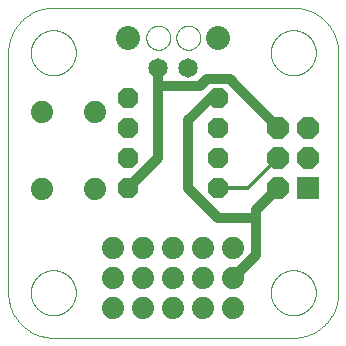
<source format=gtl>
G75*
%MOIN*%
%OFA0B0*%
%FSLAX25Y25*%
%IPPOS*%
%LPD*%
%AMOC8*
5,1,8,0,0,1.08239X$1,22.5*
%
%ADD10C,0.00000*%
%ADD11OC8,0.06800*%
%ADD12R,0.07400X0.07400*%
%ADD13OC8,0.07400*%
%ADD14C,0.08000*%
%ADD15C,0.07400*%
%ADD16C,0.06500*%
%ADD17C,0.03200*%
%ADD18C,0.01200*%
D10*
X0001000Y0016000D02*
X0001000Y0096000D01*
X0008500Y0096000D02*
X0008502Y0096184D01*
X0008509Y0096368D01*
X0008520Y0096552D01*
X0008536Y0096735D01*
X0008556Y0096918D01*
X0008581Y0097100D01*
X0008610Y0097282D01*
X0008644Y0097463D01*
X0008682Y0097643D01*
X0008725Y0097822D01*
X0008772Y0098000D01*
X0008823Y0098177D01*
X0008879Y0098353D01*
X0008938Y0098527D01*
X0009003Y0098699D01*
X0009071Y0098870D01*
X0009143Y0099039D01*
X0009220Y0099207D01*
X0009301Y0099372D01*
X0009386Y0099535D01*
X0009474Y0099697D01*
X0009567Y0099856D01*
X0009664Y0100012D01*
X0009764Y0100167D01*
X0009868Y0100319D01*
X0009976Y0100468D01*
X0010087Y0100614D01*
X0010202Y0100758D01*
X0010321Y0100899D01*
X0010443Y0101037D01*
X0010568Y0101172D01*
X0010697Y0101303D01*
X0010828Y0101432D01*
X0010963Y0101557D01*
X0011101Y0101679D01*
X0011242Y0101798D01*
X0011386Y0101913D01*
X0011532Y0102024D01*
X0011681Y0102132D01*
X0011833Y0102236D01*
X0011988Y0102336D01*
X0012144Y0102433D01*
X0012303Y0102526D01*
X0012465Y0102614D01*
X0012628Y0102699D01*
X0012793Y0102780D01*
X0012961Y0102857D01*
X0013130Y0102929D01*
X0013301Y0102997D01*
X0013473Y0103062D01*
X0013647Y0103121D01*
X0013823Y0103177D01*
X0014000Y0103228D01*
X0014178Y0103275D01*
X0014357Y0103318D01*
X0014537Y0103356D01*
X0014718Y0103390D01*
X0014900Y0103419D01*
X0015082Y0103444D01*
X0015265Y0103464D01*
X0015448Y0103480D01*
X0015632Y0103491D01*
X0015816Y0103498D01*
X0016000Y0103500D01*
X0016184Y0103498D01*
X0016368Y0103491D01*
X0016552Y0103480D01*
X0016735Y0103464D01*
X0016918Y0103444D01*
X0017100Y0103419D01*
X0017282Y0103390D01*
X0017463Y0103356D01*
X0017643Y0103318D01*
X0017822Y0103275D01*
X0018000Y0103228D01*
X0018177Y0103177D01*
X0018353Y0103121D01*
X0018527Y0103062D01*
X0018699Y0102997D01*
X0018870Y0102929D01*
X0019039Y0102857D01*
X0019207Y0102780D01*
X0019372Y0102699D01*
X0019535Y0102614D01*
X0019697Y0102526D01*
X0019856Y0102433D01*
X0020012Y0102336D01*
X0020167Y0102236D01*
X0020319Y0102132D01*
X0020468Y0102024D01*
X0020614Y0101913D01*
X0020758Y0101798D01*
X0020899Y0101679D01*
X0021037Y0101557D01*
X0021172Y0101432D01*
X0021303Y0101303D01*
X0021432Y0101172D01*
X0021557Y0101037D01*
X0021679Y0100899D01*
X0021798Y0100758D01*
X0021913Y0100614D01*
X0022024Y0100468D01*
X0022132Y0100319D01*
X0022236Y0100167D01*
X0022336Y0100012D01*
X0022433Y0099856D01*
X0022526Y0099697D01*
X0022614Y0099535D01*
X0022699Y0099372D01*
X0022780Y0099207D01*
X0022857Y0099039D01*
X0022929Y0098870D01*
X0022997Y0098699D01*
X0023062Y0098527D01*
X0023121Y0098353D01*
X0023177Y0098177D01*
X0023228Y0098000D01*
X0023275Y0097822D01*
X0023318Y0097643D01*
X0023356Y0097463D01*
X0023390Y0097282D01*
X0023419Y0097100D01*
X0023444Y0096918D01*
X0023464Y0096735D01*
X0023480Y0096552D01*
X0023491Y0096368D01*
X0023498Y0096184D01*
X0023500Y0096000D01*
X0023498Y0095816D01*
X0023491Y0095632D01*
X0023480Y0095448D01*
X0023464Y0095265D01*
X0023444Y0095082D01*
X0023419Y0094900D01*
X0023390Y0094718D01*
X0023356Y0094537D01*
X0023318Y0094357D01*
X0023275Y0094178D01*
X0023228Y0094000D01*
X0023177Y0093823D01*
X0023121Y0093647D01*
X0023062Y0093473D01*
X0022997Y0093301D01*
X0022929Y0093130D01*
X0022857Y0092961D01*
X0022780Y0092793D01*
X0022699Y0092628D01*
X0022614Y0092465D01*
X0022526Y0092303D01*
X0022433Y0092144D01*
X0022336Y0091988D01*
X0022236Y0091833D01*
X0022132Y0091681D01*
X0022024Y0091532D01*
X0021913Y0091386D01*
X0021798Y0091242D01*
X0021679Y0091101D01*
X0021557Y0090963D01*
X0021432Y0090828D01*
X0021303Y0090697D01*
X0021172Y0090568D01*
X0021037Y0090443D01*
X0020899Y0090321D01*
X0020758Y0090202D01*
X0020614Y0090087D01*
X0020468Y0089976D01*
X0020319Y0089868D01*
X0020167Y0089764D01*
X0020012Y0089664D01*
X0019856Y0089567D01*
X0019697Y0089474D01*
X0019535Y0089386D01*
X0019372Y0089301D01*
X0019207Y0089220D01*
X0019039Y0089143D01*
X0018870Y0089071D01*
X0018699Y0089003D01*
X0018527Y0088938D01*
X0018353Y0088879D01*
X0018177Y0088823D01*
X0018000Y0088772D01*
X0017822Y0088725D01*
X0017643Y0088682D01*
X0017463Y0088644D01*
X0017282Y0088610D01*
X0017100Y0088581D01*
X0016918Y0088556D01*
X0016735Y0088536D01*
X0016552Y0088520D01*
X0016368Y0088509D01*
X0016184Y0088502D01*
X0016000Y0088500D01*
X0015816Y0088502D01*
X0015632Y0088509D01*
X0015448Y0088520D01*
X0015265Y0088536D01*
X0015082Y0088556D01*
X0014900Y0088581D01*
X0014718Y0088610D01*
X0014537Y0088644D01*
X0014357Y0088682D01*
X0014178Y0088725D01*
X0014000Y0088772D01*
X0013823Y0088823D01*
X0013647Y0088879D01*
X0013473Y0088938D01*
X0013301Y0089003D01*
X0013130Y0089071D01*
X0012961Y0089143D01*
X0012793Y0089220D01*
X0012628Y0089301D01*
X0012465Y0089386D01*
X0012303Y0089474D01*
X0012144Y0089567D01*
X0011988Y0089664D01*
X0011833Y0089764D01*
X0011681Y0089868D01*
X0011532Y0089976D01*
X0011386Y0090087D01*
X0011242Y0090202D01*
X0011101Y0090321D01*
X0010963Y0090443D01*
X0010828Y0090568D01*
X0010697Y0090697D01*
X0010568Y0090828D01*
X0010443Y0090963D01*
X0010321Y0091101D01*
X0010202Y0091242D01*
X0010087Y0091386D01*
X0009976Y0091532D01*
X0009868Y0091681D01*
X0009764Y0091833D01*
X0009664Y0091988D01*
X0009567Y0092144D01*
X0009474Y0092303D01*
X0009386Y0092465D01*
X0009301Y0092628D01*
X0009220Y0092793D01*
X0009143Y0092961D01*
X0009071Y0093130D01*
X0009003Y0093301D01*
X0008938Y0093473D01*
X0008879Y0093647D01*
X0008823Y0093823D01*
X0008772Y0094000D01*
X0008725Y0094178D01*
X0008682Y0094357D01*
X0008644Y0094537D01*
X0008610Y0094718D01*
X0008581Y0094900D01*
X0008556Y0095082D01*
X0008536Y0095265D01*
X0008520Y0095448D01*
X0008509Y0095632D01*
X0008502Y0095816D01*
X0008500Y0096000D01*
X0001000Y0096000D02*
X0001004Y0096362D01*
X0001018Y0096725D01*
X0001039Y0097087D01*
X0001070Y0097448D01*
X0001109Y0097808D01*
X0001157Y0098167D01*
X0001214Y0098525D01*
X0001279Y0098882D01*
X0001353Y0099237D01*
X0001436Y0099590D01*
X0001527Y0099941D01*
X0001626Y0100289D01*
X0001734Y0100635D01*
X0001850Y0100979D01*
X0001975Y0101319D01*
X0002107Y0101656D01*
X0002248Y0101990D01*
X0002397Y0102321D01*
X0002554Y0102648D01*
X0002718Y0102971D01*
X0002890Y0103290D01*
X0003070Y0103604D01*
X0003258Y0103915D01*
X0003453Y0104220D01*
X0003655Y0104521D01*
X0003865Y0104817D01*
X0004081Y0105107D01*
X0004305Y0105393D01*
X0004535Y0105673D01*
X0004772Y0105947D01*
X0005016Y0106215D01*
X0005266Y0106478D01*
X0005522Y0106734D01*
X0005785Y0106984D01*
X0006053Y0107228D01*
X0006327Y0107465D01*
X0006607Y0107695D01*
X0006893Y0107919D01*
X0007183Y0108135D01*
X0007479Y0108345D01*
X0007780Y0108547D01*
X0008085Y0108742D01*
X0008396Y0108930D01*
X0008710Y0109110D01*
X0009029Y0109282D01*
X0009352Y0109446D01*
X0009679Y0109603D01*
X0010010Y0109752D01*
X0010344Y0109893D01*
X0010681Y0110025D01*
X0011021Y0110150D01*
X0011365Y0110266D01*
X0011711Y0110374D01*
X0012059Y0110473D01*
X0012410Y0110564D01*
X0012763Y0110647D01*
X0013118Y0110721D01*
X0013475Y0110786D01*
X0013833Y0110843D01*
X0014192Y0110891D01*
X0014552Y0110930D01*
X0014913Y0110961D01*
X0015275Y0110982D01*
X0015638Y0110996D01*
X0016000Y0111000D01*
X0096000Y0111000D01*
X0088500Y0096000D02*
X0088502Y0096184D01*
X0088509Y0096368D01*
X0088520Y0096552D01*
X0088536Y0096735D01*
X0088556Y0096918D01*
X0088581Y0097100D01*
X0088610Y0097282D01*
X0088644Y0097463D01*
X0088682Y0097643D01*
X0088725Y0097822D01*
X0088772Y0098000D01*
X0088823Y0098177D01*
X0088879Y0098353D01*
X0088938Y0098527D01*
X0089003Y0098699D01*
X0089071Y0098870D01*
X0089143Y0099039D01*
X0089220Y0099207D01*
X0089301Y0099372D01*
X0089386Y0099535D01*
X0089474Y0099697D01*
X0089567Y0099856D01*
X0089664Y0100012D01*
X0089764Y0100167D01*
X0089868Y0100319D01*
X0089976Y0100468D01*
X0090087Y0100614D01*
X0090202Y0100758D01*
X0090321Y0100899D01*
X0090443Y0101037D01*
X0090568Y0101172D01*
X0090697Y0101303D01*
X0090828Y0101432D01*
X0090963Y0101557D01*
X0091101Y0101679D01*
X0091242Y0101798D01*
X0091386Y0101913D01*
X0091532Y0102024D01*
X0091681Y0102132D01*
X0091833Y0102236D01*
X0091988Y0102336D01*
X0092144Y0102433D01*
X0092303Y0102526D01*
X0092465Y0102614D01*
X0092628Y0102699D01*
X0092793Y0102780D01*
X0092961Y0102857D01*
X0093130Y0102929D01*
X0093301Y0102997D01*
X0093473Y0103062D01*
X0093647Y0103121D01*
X0093823Y0103177D01*
X0094000Y0103228D01*
X0094178Y0103275D01*
X0094357Y0103318D01*
X0094537Y0103356D01*
X0094718Y0103390D01*
X0094900Y0103419D01*
X0095082Y0103444D01*
X0095265Y0103464D01*
X0095448Y0103480D01*
X0095632Y0103491D01*
X0095816Y0103498D01*
X0096000Y0103500D01*
X0096184Y0103498D01*
X0096368Y0103491D01*
X0096552Y0103480D01*
X0096735Y0103464D01*
X0096918Y0103444D01*
X0097100Y0103419D01*
X0097282Y0103390D01*
X0097463Y0103356D01*
X0097643Y0103318D01*
X0097822Y0103275D01*
X0098000Y0103228D01*
X0098177Y0103177D01*
X0098353Y0103121D01*
X0098527Y0103062D01*
X0098699Y0102997D01*
X0098870Y0102929D01*
X0099039Y0102857D01*
X0099207Y0102780D01*
X0099372Y0102699D01*
X0099535Y0102614D01*
X0099697Y0102526D01*
X0099856Y0102433D01*
X0100012Y0102336D01*
X0100167Y0102236D01*
X0100319Y0102132D01*
X0100468Y0102024D01*
X0100614Y0101913D01*
X0100758Y0101798D01*
X0100899Y0101679D01*
X0101037Y0101557D01*
X0101172Y0101432D01*
X0101303Y0101303D01*
X0101432Y0101172D01*
X0101557Y0101037D01*
X0101679Y0100899D01*
X0101798Y0100758D01*
X0101913Y0100614D01*
X0102024Y0100468D01*
X0102132Y0100319D01*
X0102236Y0100167D01*
X0102336Y0100012D01*
X0102433Y0099856D01*
X0102526Y0099697D01*
X0102614Y0099535D01*
X0102699Y0099372D01*
X0102780Y0099207D01*
X0102857Y0099039D01*
X0102929Y0098870D01*
X0102997Y0098699D01*
X0103062Y0098527D01*
X0103121Y0098353D01*
X0103177Y0098177D01*
X0103228Y0098000D01*
X0103275Y0097822D01*
X0103318Y0097643D01*
X0103356Y0097463D01*
X0103390Y0097282D01*
X0103419Y0097100D01*
X0103444Y0096918D01*
X0103464Y0096735D01*
X0103480Y0096552D01*
X0103491Y0096368D01*
X0103498Y0096184D01*
X0103500Y0096000D01*
X0103498Y0095816D01*
X0103491Y0095632D01*
X0103480Y0095448D01*
X0103464Y0095265D01*
X0103444Y0095082D01*
X0103419Y0094900D01*
X0103390Y0094718D01*
X0103356Y0094537D01*
X0103318Y0094357D01*
X0103275Y0094178D01*
X0103228Y0094000D01*
X0103177Y0093823D01*
X0103121Y0093647D01*
X0103062Y0093473D01*
X0102997Y0093301D01*
X0102929Y0093130D01*
X0102857Y0092961D01*
X0102780Y0092793D01*
X0102699Y0092628D01*
X0102614Y0092465D01*
X0102526Y0092303D01*
X0102433Y0092144D01*
X0102336Y0091988D01*
X0102236Y0091833D01*
X0102132Y0091681D01*
X0102024Y0091532D01*
X0101913Y0091386D01*
X0101798Y0091242D01*
X0101679Y0091101D01*
X0101557Y0090963D01*
X0101432Y0090828D01*
X0101303Y0090697D01*
X0101172Y0090568D01*
X0101037Y0090443D01*
X0100899Y0090321D01*
X0100758Y0090202D01*
X0100614Y0090087D01*
X0100468Y0089976D01*
X0100319Y0089868D01*
X0100167Y0089764D01*
X0100012Y0089664D01*
X0099856Y0089567D01*
X0099697Y0089474D01*
X0099535Y0089386D01*
X0099372Y0089301D01*
X0099207Y0089220D01*
X0099039Y0089143D01*
X0098870Y0089071D01*
X0098699Y0089003D01*
X0098527Y0088938D01*
X0098353Y0088879D01*
X0098177Y0088823D01*
X0098000Y0088772D01*
X0097822Y0088725D01*
X0097643Y0088682D01*
X0097463Y0088644D01*
X0097282Y0088610D01*
X0097100Y0088581D01*
X0096918Y0088556D01*
X0096735Y0088536D01*
X0096552Y0088520D01*
X0096368Y0088509D01*
X0096184Y0088502D01*
X0096000Y0088500D01*
X0095816Y0088502D01*
X0095632Y0088509D01*
X0095448Y0088520D01*
X0095265Y0088536D01*
X0095082Y0088556D01*
X0094900Y0088581D01*
X0094718Y0088610D01*
X0094537Y0088644D01*
X0094357Y0088682D01*
X0094178Y0088725D01*
X0094000Y0088772D01*
X0093823Y0088823D01*
X0093647Y0088879D01*
X0093473Y0088938D01*
X0093301Y0089003D01*
X0093130Y0089071D01*
X0092961Y0089143D01*
X0092793Y0089220D01*
X0092628Y0089301D01*
X0092465Y0089386D01*
X0092303Y0089474D01*
X0092144Y0089567D01*
X0091988Y0089664D01*
X0091833Y0089764D01*
X0091681Y0089868D01*
X0091532Y0089976D01*
X0091386Y0090087D01*
X0091242Y0090202D01*
X0091101Y0090321D01*
X0090963Y0090443D01*
X0090828Y0090568D01*
X0090697Y0090697D01*
X0090568Y0090828D01*
X0090443Y0090963D01*
X0090321Y0091101D01*
X0090202Y0091242D01*
X0090087Y0091386D01*
X0089976Y0091532D01*
X0089868Y0091681D01*
X0089764Y0091833D01*
X0089664Y0091988D01*
X0089567Y0092144D01*
X0089474Y0092303D01*
X0089386Y0092465D01*
X0089301Y0092628D01*
X0089220Y0092793D01*
X0089143Y0092961D01*
X0089071Y0093130D01*
X0089003Y0093301D01*
X0088938Y0093473D01*
X0088879Y0093647D01*
X0088823Y0093823D01*
X0088772Y0094000D01*
X0088725Y0094178D01*
X0088682Y0094357D01*
X0088644Y0094537D01*
X0088610Y0094718D01*
X0088581Y0094900D01*
X0088556Y0095082D01*
X0088536Y0095265D01*
X0088520Y0095448D01*
X0088509Y0095632D01*
X0088502Y0095816D01*
X0088500Y0096000D01*
X0096000Y0111000D02*
X0096362Y0110996D01*
X0096725Y0110982D01*
X0097087Y0110961D01*
X0097448Y0110930D01*
X0097808Y0110891D01*
X0098167Y0110843D01*
X0098525Y0110786D01*
X0098882Y0110721D01*
X0099237Y0110647D01*
X0099590Y0110564D01*
X0099941Y0110473D01*
X0100289Y0110374D01*
X0100635Y0110266D01*
X0100979Y0110150D01*
X0101319Y0110025D01*
X0101656Y0109893D01*
X0101990Y0109752D01*
X0102321Y0109603D01*
X0102648Y0109446D01*
X0102971Y0109282D01*
X0103290Y0109110D01*
X0103604Y0108930D01*
X0103915Y0108742D01*
X0104220Y0108547D01*
X0104521Y0108345D01*
X0104817Y0108135D01*
X0105107Y0107919D01*
X0105393Y0107695D01*
X0105673Y0107465D01*
X0105947Y0107228D01*
X0106215Y0106984D01*
X0106478Y0106734D01*
X0106734Y0106478D01*
X0106984Y0106215D01*
X0107228Y0105947D01*
X0107465Y0105673D01*
X0107695Y0105393D01*
X0107919Y0105107D01*
X0108135Y0104817D01*
X0108345Y0104521D01*
X0108547Y0104220D01*
X0108742Y0103915D01*
X0108930Y0103604D01*
X0109110Y0103290D01*
X0109282Y0102971D01*
X0109446Y0102648D01*
X0109603Y0102321D01*
X0109752Y0101990D01*
X0109893Y0101656D01*
X0110025Y0101319D01*
X0110150Y0100979D01*
X0110266Y0100635D01*
X0110374Y0100289D01*
X0110473Y0099941D01*
X0110564Y0099590D01*
X0110647Y0099237D01*
X0110721Y0098882D01*
X0110786Y0098525D01*
X0110843Y0098167D01*
X0110891Y0097808D01*
X0110930Y0097448D01*
X0110961Y0097087D01*
X0110982Y0096725D01*
X0110996Y0096362D01*
X0111000Y0096000D01*
X0111000Y0016000D01*
X0088500Y0016000D02*
X0088502Y0016184D01*
X0088509Y0016368D01*
X0088520Y0016552D01*
X0088536Y0016735D01*
X0088556Y0016918D01*
X0088581Y0017100D01*
X0088610Y0017282D01*
X0088644Y0017463D01*
X0088682Y0017643D01*
X0088725Y0017822D01*
X0088772Y0018000D01*
X0088823Y0018177D01*
X0088879Y0018353D01*
X0088938Y0018527D01*
X0089003Y0018699D01*
X0089071Y0018870D01*
X0089143Y0019039D01*
X0089220Y0019207D01*
X0089301Y0019372D01*
X0089386Y0019535D01*
X0089474Y0019697D01*
X0089567Y0019856D01*
X0089664Y0020012D01*
X0089764Y0020167D01*
X0089868Y0020319D01*
X0089976Y0020468D01*
X0090087Y0020614D01*
X0090202Y0020758D01*
X0090321Y0020899D01*
X0090443Y0021037D01*
X0090568Y0021172D01*
X0090697Y0021303D01*
X0090828Y0021432D01*
X0090963Y0021557D01*
X0091101Y0021679D01*
X0091242Y0021798D01*
X0091386Y0021913D01*
X0091532Y0022024D01*
X0091681Y0022132D01*
X0091833Y0022236D01*
X0091988Y0022336D01*
X0092144Y0022433D01*
X0092303Y0022526D01*
X0092465Y0022614D01*
X0092628Y0022699D01*
X0092793Y0022780D01*
X0092961Y0022857D01*
X0093130Y0022929D01*
X0093301Y0022997D01*
X0093473Y0023062D01*
X0093647Y0023121D01*
X0093823Y0023177D01*
X0094000Y0023228D01*
X0094178Y0023275D01*
X0094357Y0023318D01*
X0094537Y0023356D01*
X0094718Y0023390D01*
X0094900Y0023419D01*
X0095082Y0023444D01*
X0095265Y0023464D01*
X0095448Y0023480D01*
X0095632Y0023491D01*
X0095816Y0023498D01*
X0096000Y0023500D01*
X0096184Y0023498D01*
X0096368Y0023491D01*
X0096552Y0023480D01*
X0096735Y0023464D01*
X0096918Y0023444D01*
X0097100Y0023419D01*
X0097282Y0023390D01*
X0097463Y0023356D01*
X0097643Y0023318D01*
X0097822Y0023275D01*
X0098000Y0023228D01*
X0098177Y0023177D01*
X0098353Y0023121D01*
X0098527Y0023062D01*
X0098699Y0022997D01*
X0098870Y0022929D01*
X0099039Y0022857D01*
X0099207Y0022780D01*
X0099372Y0022699D01*
X0099535Y0022614D01*
X0099697Y0022526D01*
X0099856Y0022433D01*
X0100012Y0022336D01*
X0100167Y0022236D01*
X0100319Y0022132D01*
X0100468Y0022024D01*
X0100614Y0021913D01*
X0100758Y0021798D01*
X0100899Y0021679D01*
X0101037Y0021557D01*
X0101172Y0021432D01*
X0101303Y0021303D01*
X0101432Y0021172D01*
X0101557Y0021037D01*
X0101679Y0020899D01*
X0101798Y0020758D01*
X0101913Y0020614D01*
X0102024Y0020468D01*
X0102132Y0020319D01*
X0102236Y0020167D01*
X0102336Y0020012D01*
X0102433Y0019856D01*
X0102526Y0019697D01*
X0102614Y0019535D01*
X0102699Y0019372D01*
X0102780Y0019207D01*
X0102857Y0019039D01*
X0102929Y0018870D01*
X0102997Y0018699D01*
X0103062Y0018527D01*
X0103121Y0018353D01*
X0103177Y0018177D01*
X0103228Y0018000D01*
X0103275Y0017822D01*
X0103318Y0017643D01*
X0103356Y0017463D01*
X0103390Y0017282D01*
X0103419Y0017100D01*
X0103444Y0016918D01*
X0103464Y0016735D01*
X0103480Y0016552D01*
X0103491Y0016368D01*
X0103498Y0016184D01*
X0103500Y0016000D01*
X0103498Y0015816D01*
X0103491Y0015632D01*
X0103480Y0015448D01*
X0103464Y0015265D01*
X0103444Y0015082D01*
X0103419Y0014900D01*
X0103390Y0014718D01*
X0103356Y0014537D01*
X0103318Y0014357D01*
X0103275Y0014178D01*
X0103228Y0014000D01*
X0103177Y0013823D01*
X0103121Y0013647D01*
X0103062Y0013473D01*
X0102997Y0013301D01*
X0102929Y0013130D01*
X0102857Y0012961D01*
X0102780Y0012793D01*
X0102699Y0012628D01*
X0102614Y0012465D01*
X0102526Y0012303D01*
X0102433Y0012144D01*
X0102336Y0011988D01*
X0102236Y0011833D01*
X0102132Y0011681D01*
X0102024Y0011532D01*
X0101913Y0011386D01*
X0101798Y0011242D01*
X0101679Y0011101D01*
X0101557Y0010963D01*
X0101432Y0010828D01*
X0101303Y0010697D01*
X0101172Y0010568D01*
X0101037Y0010443D01*
X0100899Y0010321D01*
X0100758Y0010202D01*
X0100614Y0010087D01*
X0100468Y0009976D01*
X0100319Y0009868D01*
X0100167Y0009764D01*
X0100012Y0009664D01*
X0099856Y0009567D01*
X0099697Y0009474D01*
X0099535Y0009386D01*
X0099372Y0009301D01*
X0099207Y0009220D01*
X0099039Y0009143D01*
X0098870Y0009071D01*
X0098699Y0009003D01*
X0098527Y0008938D01*
X0098353Y0008879D01*
X0098177Y0008823D01*
X0098000Y0008772D01*
X0097822Y0008725D01*
X0097643Y0008682D01*
X0097463Y0008644D01*
X0097282Y0008610D01*
X0097100Y0008581D01*
X0096918Y0008556D01*
X0096735Y0008536D01*
X0096552Y0008520D01*
X0096368Y0008509D01*
X0096184Y0008502D01*
X0096000Y0008500D01*
X0095816Y0008502D01*
X0095632Y0008509D01*
X0095448Y0008520D01*
X0095265Y0008536D01*
X0095082Y0008556D01*
X0094900Y0008581D01*
X0094718Y0008610D01*
X0094537Y0008644D01*
X0094357Y0008682D01*
X0094178Y0008725D01*
X0094000Y0008772D01*
X0093823Y0008823D01*
X0093647Y0008879D01*
X0093473Y0008938D01*
X0093301Y0009003D01*
X0093130Y0009071D01*
X0092961Y0009143D01*
X0092793Y0009220D01*
X0092628Y0009301D01*
X0092465Y0009386D01*
X0092303Y0009474D01*
X0092144Y0009567D01*
X0091988Y0009664D01*
X0091833Y0009764D01*
X0091681Y0009868D01*
X0091532Y0009976D01*
X0091386Y0010087D01*
X0091242Y0010202D01*
X0091101Y0010321D01*
X0090963Y0010443D01*
X0090828Y0010568D01*
X0090697Y0010697D01*
X0090568Y0010828D01*
X0090443Y0010963D01*
X0090321Y0011101D01*
X0090202Y0011242D01*
X0090087Y0011386D01*
X0089976Y0011532D01*
X0089868Y0011681D01*
X0089764Y0011833D01*
X0089664Y0011988D01*
X0089567Y0012144D01*
X0089474Y0012303D01*
X0089386Y0012465D01*
X0089301Y0012628D01*
X0089220Y0012793D01*
X0089143Y0012961D01*
X0089071Y0013130D01*
X0089003Y0013301D01*
X0088938Y0013473D01*
X0088879Y0013647D01*
X0088823Y0013823D01*
X0088772Y0014000D01*
X0088725Y0014178D01*
X0088682Y0014357D01*
X0088644Y0014537D01*
X0088610Y0014718D01*
X0088581Y0014900D01*
X0088556Y0015082D01*
X0088536Y0015265D01*
X0088520Y0015448D01*
X0088509Y0015632D01*
X0088502Y0015816D01*
X0088500Y0016000D01*
X0096000Y0001000D02*
X0096362Y0001004D01*
X0096725Y0001018D01*
X0097087Y0001039D01*
X0097448Y0001070D01*
X0097808Y0001109D01*
X0098167Y0001157D01*
X0098525Y0001214D01*
X0098882Y0001279D01*
X0099237Y0001353D01*
X0099590Y0001436D01*
X0099941Y0001527D01*
X0100289Y0001626D01*
X0100635Y0001734D01*
X0100979Y0001850D01*
X0101319Y0001975D01*
X0101656Y0002107D01*
X0101990Y0002248D01*
X0102321Y0002397D01*
X0102648Y0002554D01*
X0102971Y0002718D01*
X0103290Y0002890D01*
X0103604Y0003070D01*
X0103915Y0003258D01*
X0104220Y0003453D01*
X0104521Y0003655D01*
X0104817Y0003865D01*
X0105107Y0004081D01*
X0105393Y0004305D01*
X0105673Y0004535D01*
X0105947Y0004772D01*
X0106215Y0005016D01*
X0106478Y0005266D01*
X0106734Y0005522D01*
X0106984Y0005785D01*
X0107228Y0006053D01*
X0107465Y0006327D01*
X0107695Y0006607D01*
X0107919Y0006893D01*
X0108135Y0007183D01*
X0108345Y0007479D01*
X0108547Y0007780D01*
X0108742Y0008085D01*
X0108930Y0008396D01*
X0109110Y0008710D01*
X0109282Y0009029D01*
X0109446Y0009352D01*
X0109603Y0009679D01*
X0109752Y0010010D01*
X0109893Y0010344D01*
X0110025Y0010681D01*
X0110150Y0011021D01*
X0110266Y0011365D01*
X0110374Y0011711D01*
X0110473Y0012059D01*
X0110564Y0012410D01*
X0110647Y0012763D01*
X0110721Y0013118D01*
X0110786Y0013475D01*
X0110843Y0013833D01*
X0110891Y0014192D01*
X0110930Y0014552D01*
X0110961Y0014913D01*
X0110982Y0015275D01*
X0110996Y0015638D01*
X0111000Y0016000D01*
X0096000Y0001000D02*
X0016000Y0001000D01*
X0008500Y0016000D02*
X0008502Y0016184D01*
X0008509Y0016368D01*
X0008520Y0016552D01*
X0008536Y0016735D01*
X0008556Y0016918D01*
X0008581Y0017100D01*
X0008610Y0017282D01*
X0008644Y0017463D01*
X0008682Y0017643D01*
X0008725Y0017822D01*
X0008772Y0018000D01*
X0008823Y0018177D01*
X0008879Y0018353D01*
X0008938Y0018527D01*
X0009003Y0018699D01*
X0009071Y0018870D01*
X0009143Y0019039D01*
X0009220Y0019207D01*
X0009301Y0019372D01*
X0009386Y0019535D01*
X0009474Y0019697D01*
X0009567Y0019856D01*
X0009664Y0020012D01*
X0009764Y0020167D01*
X0009868Y0020319D01*
X0009976Y0020468D01*
X0010087Y0020614D01*
X0010202Y0020758D01*
X0010321Y0020899D01*
X0010443Y0021037D01*
X0010568Y0021172D01*
X0010697Y0021303D01*
X0010828Y0021432D01*
X0010963Y0021557D01*
X0011101Y0021679D01*
X0011242Y0021798D01*
X0011386Y0021913D01*
X0011532Y0022024D01*
X0011681Y0022132D01*
X0011833Y0022236D01*
X0011988Y0022336D01*
X0012144Y0022433D01*
X0012303Y0022526D01*
X0012465Y0022614D01*
X0012628Y0022699D01*
X0012793Y0022780D01*
X0012961Y0022857D01*
X0013130Y0022929D01*
X0013301Y0022997D01*
X0013473Y0023062D01*
X0013647Y0023121D01*
X0013823Y0023177D01*
X0014000Y0023228D01*
X0014178Y0023275D01*
X0014357Y0023318D01*
X0014537Y0023356D01*
X0014718Y0023390D01*
X0014900Y0023419D01*
X0015082Y0023444D01*
X0015265Y0023464D01*
X0015448Y0023480D01*
X0015632Y0023491D01*
X0015816Y0023498D01*
X0016000Y0023500D01*
X0016184Y0023498D01*
X0016368Y0023491D01*
X0016552Y0023480D01*
X0016735Y0023464D01*
X0016918Y0023444D01*
X0017100Y0023419D01*
X0017282Y0023390D01*
X0017463Y0023356D01*
X0017643Y0023318D01*
X0017822Y0023275D01*
X0018000Y0023228D01*
X0018177Y0023177D01*
X0018353Y0023121D01*
X0018527Y0023062D01*
X0018699Y0022997D01*
X0018870Y0022929D01*
X0019039Y0022857D01*
X0019207Y0022780D01*
X0019372Y0022699D01*
X0019535Y0022614D01*
X0019697Y0022526D01*
X0019856Y0022433D01*
X0020012Y0022336D01*
X0020167Y0022236D01*
X0020319Y0022132D01*
X0020468Y0022024D01*
X0020614Y0021913D01*
X0020758Y0021798D01*
X0020899Y0021679D01*
X0021037Y0021557D01*
X0021172Y0021432D01*
X0021303Y0021303D01*
X0021432Y0021172D01*
X0021557Y0021037D01*
X0021679Y0020899D01*
X0021798Y0020758D01*
X0021913Y0020614D01*
X0022024Y0020468D01*
X0022132Y0020319D01*
X0022236Y0020167D01*
X0022336Y0020012D01*
X0022433Y0019856D01*
X0022526Y0019697D01*
X0022614Y0019535D01*
X0022699Y0019372D01*
X0022780Y0019207D01*
X0022857Y0019039D01*
X0022929Y0018870D01*
X0022997Y0018699D01*
X0023062Y0018527D01*
X0023121Y0018353D01*
X0023177Y0018177D01*
X0023228Y0018000D01*
X0023275Y0017822D01*
X0023318Y0017643D01*
X0023356Y0017463D01*
X0023390Y0017282D01*
X0023419Y0017100D01*
X0023444Y0016918D01*
X0023464Y0016735D01*
X0023480Y0016552D01*
X0023491Y0016368D01*
X0023498Y0016184D01*
X0023500Y0016000D01*
X0023498Y0015816D01*
X0023491Y0015632D01*
X0023480Y0015448D01*
X0023464Y0015265D01*
X0023444Y0015082D01*
X0023419Y0014900D01*
X0023390Y0014718D01*
X0023356Y0014537D01*
X0023318Y0014357D01*
X0023275Y0014178D01*
X0023228Y0014000D01*
X0023177Y0013823D01*
X0023121Y0013647D01*
X0023062Y0013473D01*
X0022997Y0013301D01*
X0022929Y0013130D01*
X0022857Y0012961D01*
X0022780Y0012793D01*
X0022699Y0012628D01*
X0022614Y0012465D01*
X0022526Y0012303D01*
X0022433Y0012144D01*
X0022336Y0011988D01*
X0022236Y0011833D01*
X0022132Y0011681D01*
X0022024Y0011532D01*
X0021913Y0011386D01*
X0021798Y0011242D01*
X0021679Y0011101D01*
X0021557Y0010963D01*
X0021432Y0010828D01*
X0021303Y0010697D01*
X0021172Y0010568D01*
X0021037Y0010443D01*
X0020899Y0010321D01*
X0020758Y0010202D01*
X0020614Y0010087D01*
X0020468Y0009976D01*
X0020319Y0009868D01*
X0020167Y0009764D01*
X0020012Y0009664D01*
X0019856Y0009567D01*
X0019697Y0009474D01*
X0019535Y0009386D01*
X0019372Y0009301D01*
X0019207Y0009220D01*
X0019039Y0009143D01*
X0018870Y0009071D01*
X0018699Y0009003D01*
X0018527Y0008938D01*
X0018353Y0008879D01*
X0018177Y0008823D01*
X0018000Y0008772D01*
X0017822Y0008725D01*
X0017643Y0008682D01*
X0017463Y0008644D01*
X0017282Y0008610D01*
X0017100Y0008581D01*
X0016918Y0008556D01*
X0016735Y0008536D01*
X0016552Y0008520D01*
X0016368Y0008509D01*
X0016184Y0008502D01*
X0016000Y0008500D01*
X0015816Y0008502D01*
X0015632Y0008509D01*
X0015448Y0008520D01*
X0015265Y0008536D01*
X0015082Y0008556D01*
X0014900Y0008581D01*
X0014718Y0008610D01*
X0014537Y0008644D01*
X0014357Y0008682D01*
X0014178Y0008725D01*
X0014000Y0008772D01*
X0013823Y0008823D01*
X0013647Y0008879D01*
X0013473Y0008938D01*
X0013301Y0009003D01*
X0013130Y0009071D01*
X0012961Y0009143D01*
X0012793Y0009220D01*
X0012628Y0009301D01*
X0012465Y0009386D01*
X0012303Y0009474D01*
X0012144Y0009567D01*
X0011988Y0009664D01*
X0011833Y0009764D01*
X0011681Y0009868D01*
X0011532Y0009976D01*
X0011386Y0010087D01*
X0011242Y0010202D01*
X0011101Y0010321D01*
X0010963Y0010443D01*
X0010828Y0010568D01*
X0010697Y0010697D01*
X0010568Y0010828D01*
X0010443Y0010963D01*
X0010321Y0011101D01*
X0010202Y0011242D01*
X0010087Y0011386D01*
X0009976Y0011532D01*
X0009868Y0011681D01*
X0009764Y0011833D01*
X0009664Y0011988D01*
X0009567Y0012144D01*
X0009474Y0012303D01*
X0009386Y0012465D01*
X0009301Y0012628D01*
X0009220Y0012793D01*
X0009143Y0012961D01*
X0009071Y0013130D01*
X0009003Y0013301D01*
X0008938Y0013473D01*
X0008879Y0013647D01*
X0008823Y0013823D01*
X0008772Y0014000D01*
X0008725Y0014178D01*
X0008682Y0014357D01*
X0008644Y0014537D01*
X0008610Y0014718D01*
X0008581Y0014900D01*
X0008556Y0015082D01*
X0008536Y0015265D01*
X0008520Y0015448D01*
X0008509Y0015632D01*
X0008502Y0015816D01*
X0008500Y0016000D01*
X0001000Y0016000D02*
X0001004Y0015638D01*
X0001018Y0015275D01*
X0001039Y0014913D01*
X0001070Y0014552D01*
X0001109Y0014192D01*
X0001157Y0013833D01*
X0001214Y0013475D01*
X0001279Y0013118D01*
X0001353Y0012763D01*
X0001436Y0012410D01*
X0001527Y0012059D01*
X0001626Y0011711D01*
X0001734Y0011365D01*
X0001850Y0011021D01*
X0001975Y0010681D01*
X0002107Y0010344D01*
X0002248Y0010010D01*
X0002397Y0009679D01*
X0002554Y0009352D01*
X0002718Y0009029D01*
X0002890Y0008710D01*
X0003070Y0008396D01*
X0003258Y0008085D01*
X0003453Y0007780D01*
X0003655Y0007479D01*
X0003865Y0007183D01*
X0004081Y0006893D01*
X0004305Y0006607D01*
X0004535Y0006327D01*
X0004772Y0006053D01*
X0005016Y0005785D01*
X0005266Y0005522D01*
X0005522Y0005266D01*
X0005785Y0005016D01*
X0006053Y0004772D01*
X0006327Y0004535D01*
X0006607Y0004305D01*
X0006893Y0004081D01*
X0007183Y0003865D01*
X0007479Y0003655D01*
X0007780Y0003453D01*
X0008085Y0003258D01*
X0008396Y0003070D01*
X0008710Y0002890D01*
X0009029Y0002718D01*
X0009352Y0002554D01*
X0009679Y0002397D01*
X0010010Y0002248D01*
X0010344Y0002107D01*
X0010681Y0001975D01*
X0011021Y0001850D01*
X0011365Y0001734D01*
X0011711Y0001626D01*
X0012059Y0001527D01*
X0012410Y0001436D01*
X0012763Y0001353D01*
X0013118Y0001279D01*
X0013475Y0001214D01*
X0013833Y0001157D01*
X0014192Y0001109D01*
X0014552Y0001070D01*
X0014913Y0001039D01*
X0015275Y0001018D01*
X0015638Y0001004D01*
X0016000Y0001000D01*
X0047000Y0101000D02*
X0047002Y0101126D01*
X0047008Y0101252D01*
X0047018Y0101378D01*
X0047032Y0101504D01*
X0047050Y0101629D01*
X0047072Y0101753D01*
X0047097Y0101877D01*
X0047127Y0102000D01*
X0047160Y0102121D01*
X0047198Y0102242D01*
X0047239Y0102361D01*
X0047284Y0102480D01*
X0047332Y0102596D01*
X0047384Y0102711D01*
X0047440Y0102824D01*
X0047500Y0102936D01*
X0047563Y0103045D01*
X0047629Y0103153D01*
X0047698Y0103258D01*
X0047771Y0103361D01*
X0047848Y0103462D01*
X0047927Y0103560D01*
X0048009Y0103656D01*
X0048095Y0103749D01*
X0048183Y0103840D01*
X0048274Y0103927D01*
X0048368Y0104012D01*
X0048464Y0104093D01*
X0048563Y0104172D01*
X0048664Y0104247D01*
X0048768Y0104319D01*
X0048874Y0104388D01*
X0048982Y0104454D01*
X0049092Y0104516D01*
X0049204Y0104574D01*
X0049317Y0104629D01*
X0049433Y0104680D01*
X0049550Y0104728D01*
X0049668Y0104772D01*
X0049788Y0104812D01*
X0049909Y0104848D01*
X0050031Y0104881D01*
X0050154Y0104910D01*
X0050278Y0104934D01*
X0050402Y0104955D01*
X0050527Y0104972D01*
X0050653Y0104985D01*
X0050779Y0104994D01*
X0050905Y0104999D01*
X0051032Y0105000D01*
X0051158Y0104997D01*
X0051284Y0104990D01*
X0051410Y0104979D01*
X0051535Y0104964D01*
X0051660Y0104945D01*
X0051784Y0104922D01*
X0051908Y0104896D01*
X0052030Y0104865D01*
X0052152Y0104831D01*
X0052272Y0104792D01*
X0052391Y0104750D01*
X0052509Y0104705D01*
X0052625Y0104655D01*
X0052740Y0104602D01*
X0052852Y0104545D01*
X0052963Y0104485D01*
X0053072Y0104421D01*
X0053179Y0104354D01*
X0053284Y0104284D01*
X0053387Y0104210D01*
X0053487Y0104133D01*
X0053585Y0104053D01*
X0053680Y0103970D01*
X0053772Y0103884D01*
X0053862Y0103795D01*
X0053949Y0103703D01*
X0054032Y0103609D01*
X0054113Y0103512D01*
X0054191Y0103412D01*
X0054266Y0103310D01*
X0054337Y0103206D01*
X0054405Y0103099D01*
X0054469Y0102991D01*
X0054530Y0102880D01*
X0054588Y0102768D01*
X0054642Y0102654D01*
X0054692Y0102538D01*
X0054739Y0102421D01*
X0054782Y0102302D01*
X0054821Y0102182D01*
X0054857Y0102061D01*
X0054888Y0101938D01*
X0054916Y0101815D01*
X0054940Y0101691D01*
X0054960Y0101566D01*
X0054976Y0101441D01*
X0054988Y0101315D01*
X0054996Y0101189D01*
X0055000Y0101063D01*
X0055000Y0100937D01*
X0054996Y0100811D01*
X0054988Y0100685D01*
X0054976Y0100559D01*
X0054960Y0100434D01*
X0054940Y0100309D01*
X0054916Y0100185D01*
X0054888Y0100062D01*
X0054857Y0099939D01*
X0054821Y0099818D01*
X0054782Y0099698D01*
X0054739Y0099579D01*
X0054692Y0099462D01*
X0054642Y0099346D01*
X0054588Y0099232D01*
X0054530Y0099120D01*
X0054469Y0099009D01*
X0054405Y0098901D01*
X0054337Y0098794D01*
X0054266Y0098690D01*
X0054191Y0098588D01*
X0054113Y0098488D01*
X0054032Y0098391D01*
X0053949Y0098297D01*
X0053862Y0098205D01*
X0053772Y0098116D01*
X0053680Y0098030D01*
X0053585Y0097947D01*
X0053487Y0097867D01*
X0053387Y0097790D01*
X0053284Y0097716D01*
X0053179Y0097646D01*
X0053072Y0097579D01*
X0052963Y0097515D01*
X0052852Y0097455D01*
X0052740Y0097398D01*
X0052625Y0097345D01*
X0052509Y0097295D01*
X0052391Y0097250D01*
X0052272Y0097208D01*
X0052152Y0097169D01*
X0052030Y0097135D01*
X0051908Y0097104D01*
X0051784Y0097078D01*
X0051660Y0097055D01*
X0051535Y0097036D01*
X0051410Y0097021D01*
X0051284Y0097010D01*
X0051158Y0097003D01*
X0051032Y0097000D01*
X0050905Y0097001D01*
X0050779Y0097006D01*
X0050653Y0097015D01*
X0050527Y0097028D01*
X0050402Y0097045D01*
X0050278Y0097066D01*
X0050154Y0097090D01*
X0050031Y0097119D01*
X0049909Y0097152D01*
X0049788Y0097188D01*
X0049668Y0097228D01*
X0049550Y0097272D01*
X0049433Y0097320D01*
X0049317Y0097371D01*
X0049204Y0097426D01*
X0049092Y0097484D01*
X0048982Y0097546D01*
X0048874Y0097612D01*
X0048768Y0097681D01*
X0048664Y0097753D01*
X0048563Y0097828D01*
X0048464Y0097907D01*
X0048368Y0097988D01*
X0048274Y0098073D01*
X0048183Y0098160D01*
X0048095Y0098251D01*
X0048009Y0098344D01*
X0047927Y0098440D01*
X0047848Y0098538D01*
X0047771Y0098639D01*
X0047698Y0098742D01*
X0047629Y0098847D01*
X0047563Y0098955D01*
X0047500Y0099064D01*
X0047440Y0099176D01*
X0047384Y0099289D01*
X0047332Y0099404D01*
X0047284Y0099520D01*
X0047239Y0099639D01*
X0047198Y0099758D01*
X0047160Y0099879D01*
X0047127Y0100000D01*
X0047097Y0100123D01*
X0047072Y0100247D01*
X0047050Y0100371D01*
X0047032Y0100496D01*
X0047018Y0100622D01*
X0047008Y0100748D01*
X0047002Y0100874D01*
X0047000Y0101000D01*
X0057000Y0101000D02*
X0057002Y0101126D01*
X0057008Y0101252D01*
X0057018Y0101378D01*
X0057032Y0101504D01*
X0057050Y0101629D01*
X0057072Y0101753D01*
X0057097Y0101877D01*
X0057127Y0102000D01*
X0057160Y0102121D01*
X0057198Y0102242D01*
X0057239Y0102361D01*
X0057284Y0102480D01*
X0057332Y0102596D01*
X0057384Y0102711D01*
X0057440Y0102824D01*
X0057500Y0102936D01*
X0057563Y0103045D01*
X0057629Y0103153D01*
X0057698Y0103258D01*
X0057771Y0103361D01*
X0057848Y0103462D01*
X0057927Y0103560D01*
X0058009Y0103656D01*
X0058095Y0103749D01*
X0058183Y0103840D01*
X0058274Y0103927D01*
X0058368Y0104012D01*
X0058464Y0104093D01*
X0058563Y0104172D01*
X0058664Y0104247D01*
X0058768Y0104319D01*
X0058874Y0104388D01*
X0058982Y0104454D01*
X0059092Y0104516D01*
X0059204Y0104574D01*
X0059317Y0104629D01*
X0059433Y0104680D01*
X0059550Y0104728D01*
X0059668Y0104772D01*
X0059788Y0104812D01*
X0059909Y0104848D01*
X0060031Y0104881D01*
X0060154Y0104910D01*
X0060278Y0104934D01*
X0060402Y0104955D01*
X0060527Y0104972D01*
X0060653Y0104985D01*
X0060779Y0104994D01*
X0060905Y0104999D01*
X0061032Y0105000D01*
X0061158Y0104997D01*
X0061284Y0104990D01*
X0061410Y0104979D01*
X0061535Y0104964D01*
X0061660Y0104945D01*
X0061784Y0104922D01*
X0061908Y0104896D01*
X0062030Y0104865D01*
X0062152Y0104831D01*
X0062272Y0104792D01*
X0062391Y0104750D01*
X0062509Y0104705D01*
X0062625Y0104655D01*
X0062740Y0104602D01*
X0062852Y0104545D01*
X0062963Y0104485D01*
X0063072Y0104421D01*
X0063179Y0104354D01*
X0063284Y0104284D01*
X0063387Y0104210D01*
X0063487Y0104133D01*
X0063585Y0104053D01*
X0063680Y0103970D01*
X0063772Y0103884D01*
X0063862Y0103795D01*
X0063949Y0103703D01*
X0064032Y0103609D01*
X0064113Y0103512D01*
X0064191Y0103412D01*
X0064266Y0103310D01*
X0064337Y0103206D01*
X0064405Y0103099D01*
X0064469Y0102991D01*
X0064530Y0102880D01*
X0064588Y0102768D01*
X0064642Y0102654D01*
X0064692Y0102538D01*
X0064739Y0102421D01*
X0064782Y0102302D01*
X0064821Y0102182D01*
X0064857Y0102061D01*
X0064888Y0101938D01*
X0064916Y0101815D01*
X0064940Y0101691D01*
X0064960Y0101566D01*
X0064976Y0101441D01*
X0064988Y0101315D01*
X0064996Y0101189D01*
X0065000Y0101063D01*
X0065000Y0100937D01*
X0064996Y0100811D01*
X0064988Y0100685D01*
X0064976Y0100559D01*
X0064960Y0100434D01*
X0064940Y0100309D01*
X0064916Y0100185D01*
X0064888Y0100062D01*
X0064857Y0099939D01*
X0064821Y0099818D01*
X0064782Y0099698D01*
X0064739Y0099579D01*
X0064692Y0099462D01*
X0064642Y0099346D01*
X0064588Y0099232D01*
X0064530Y0099120D01*
X0064469Y0099009D01*
X0064405Y0098901D01*
X0064337Y0098794D01*
X0064266Y0098690D01*
X0064191Y0098588D01*
X0064113Y0098488D01*
X0064032Y0098391D01*
X0063949Y0098297D01*
X0063862Y0098205D01*
X0063772Y0098116D01*
X0063680Y0098030D01*
X0063585Y0097947D01*
X0063487Y0097867D01*
X0063387Y0097790D01*
X0063284Y0097716D01*
X0063179Y0097646D01*
X0063072Y0097579D01*
X0062963Y0097515D01*
X0062852Y0097455D01*
X0062740Y0097398D01*
X0062625Y0097345D01*
X0062509Y0097295D01*
X0062391Y0097250D01*
X0062272Y0097208D01*
X0062152Y0097169D01*
X0062030Y0097135D01*
X0061908Y0097104D01*
X0061784Y0097078D01*
X0061660Y0097055D01*
X0061535Y0097036D01*
X0061410Y0097021D01*
X0061284Y0097010D01*
X0061158Y0097003D01*
X0061032Y0097000D01*
X0060905Y0097001D01*
X0060779Y0097006D01*
X0060653Y0097015D01*
X0060527Y0097028D01*
X0060402Y0097045D01*
X0060278Y0097066D01*
X0060154Y0097090D01*
X0060031Y0097119D01*
X0059909Y0097152D01*
X0059788Y0097188D01*
X0059668Y0097228D01*
X0059550Y0097272D01*
X0059433Y0097320D01*
X0059317Y0097371D01*
X0059204Y0097426D01*
X0059092Y0097484D01*
X0058982Y0097546D01*
X0058874Y0097612D01*
X0058768Y0097681D01*
X0058664Y0097753D01*
X0058563Y0097828D01*
X0058464Y0097907D01*
X0058368Y0097988D01*
X0058274Y0098073D01*
X0058183Y0098160D01*
X0058095Y0098251D01*
X0058009Y0098344D01*
X0057927Y0098440D01*
X0057848Y0098538D01*
X0057771Y0098639D01*
X0057698Y0098742D01*
X0057629Y0098847D01*
X0057563Y0098955D01*
X0057500Y0099064D01*
X0057440Y0099176D01*
X0057384Y0099289D01*
X0057332Y0099404D01*
X0057284Y0099520D01*
X0057239Y0099639D01*
X0057198Y0099758D01*
X0057160Y0099879D01*
X0057127Y0100000D01*
X0057097Y0100123D01*
X0057072Y0100247D01*
X0057050Y0100371D01*
X0057032Y0100496D01*
X0057018Y0100622D01*
X0057008Y0100748D01*
X0057002Y0100874D01*
X0057000Y0101000D01*
D11*
X0071000Y0081000D03*
X0071000Y0071000D03*
X0071000Y0061000D03*
X0071000Y0051000D03*
X0041000Y0051000D03*
X0041000Y0061000D03*
X0041000Y0071000D03*
X0041000Y0081000D03*
D12*
X0101000Y0051000D03*
D13*
X0101000Y0061000D03*
X0101000Y0071000D03*
X0091000Y0071000D03*
X0091000Y0061000D03*
X0091000Y0051000D03*
D14*
X0071000Y0101000D03*
X0041000Y0101000D03*
D15*
X0029900Y0076300D03*
X0012100Y0076300D03*
X0012100Y0050700D03*
X0029900Y0050700D03*
X0036000Y0031000D03*
X0036000Y0021000D03*
X0036000Y0011000D03*
X0046000Y0011000D03*
X0046000Y0021000D03*
X0046000Y0031000D03*
X0056000Y0031000D03*
X0056000Y0021000D03*
X0056000Y0011000D03*
X0066000Y0011000D03*
X0066000Y0021000D03*
X0066000Y0031000D03*
X0076000Y0031000D03*
X0076000Y0021000D03*
X0076000Y0011000D03*
D16*
X0061000Y0091000D03*
X0051000Y0091000D03*
D17*
X0051000Y0084750D01*
X0064750Y0084750D01*
X0067250Y0087250D01*
X0074750Y0087250D01*
X0091000Y0071000D01*
X0091000Y0051000D02*
X0083500Y0043500D01*
X0083500Y0041000D01*
X0083500Y0028500D01*
X0076000Y0021000D01*
X0071000Y0041000D02*
X0083500Y0041000D01*
X0071000Y0041000D02*
X0061000Y0051000D01*
X0061000Y0073500D01*
X0068500Y0081000D01*
X0071000Y0081000D01*
X0051000Y0084750D02*
X0051000Y0061000D01*
X0041000Y0051000D01*
D18*
X0071000Y0051000D02*
X0081000Y0051000D01*
X0091000Y0061000D01*
M02*

</source>
